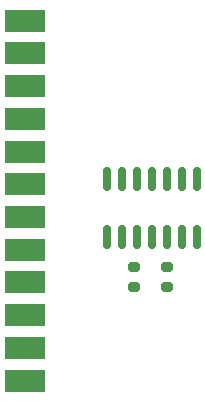
<source format=gbp>
G04 #@! TF.GenerationSoftware,KiCad,Pcbnew,(6.0.0)*
G04 #@! TF.CreationDate,2022-11-09T00:51:05-05:00*
G04 #@! TF.ProjectId,Arrington 4 voice equivalent SMD,41727269-6e67-4746-9f6e-203420766f69,rev?*
G04 #@! TF.SameCoordinates,Original*
G04 #@! TF.FileFunction,Paste,Bot*
G04 #@! TF.FilePolarity,Positive*
%FSLAX46Y46*%
G04 Gerber Fmt 4.6, Leading zero omitted, Abs format (unit mm)*
G04 Created by KiCad (PCBNEW (6.0.0)) date 2022-11-09 00:51:05*
%MOMM*%
%LPD*%
G01*
G04 APERTURE LIST*
G04 Aperture macros list*
%AMRoundRect*
0 Rectangle with rounded corners*
0 $1 Rounding radius*
0 $2 $3 $4 $5 $6 $7 $8 $9 X,Y pos of 4 corners*
0 Add a 4 corners polygon primitive as box body*
4,1,4,$2,$3,$4,$5,$6,$7,$8,$9,$2,$3,0*
0 Add four circle primitives for the rounded corners*
1,1,$1+$1,$2,$3*
1,1,$1+$1,$4,$5*
1,1,$1+$1,$6,$7*
1,1,$1+$1,$8,$9*
0 Add four rect primitives between the rounded corners*
20,1,$1+$1,$2,$3,$4,$5,0*
20,1,$1+$1,$4,$5,$6,$7,0*
20,1,$1+$1,$6,$7,$8,$9,0*
20,1,$1+$1,$8,$9,$2,$3,0*%
G04 Aperture macros list end*
%ADD10R,3.480000X1.846667*%
%ADD11RoundRect,0.200000X0.275000X-0.200000X0.275000X0.200000X-0.275000X0.200000X-0.275000X-0.200000X0*%
%ADD12RoundRect,0.150000X-0.150000X0.825000X-0.150000X-0.825000X0.150000X-0.825000X0.150000X0.825000X0*%
G04 APERTURE END LIST*
D10*
X111737500Y-58298000D03*
X111737500Y-61068000D03*
X111737500Y-63838000D03*
X111737500Y-66608000D03*
X111737500Y-69378000D03*
X111737500Y-72148000D03*
X111737500Y-74918000D03*
X111737500Y-77688000D03*
X111737500Y-80458000D03*
X111737500Y-83228000D03*
X111737500Y-85998000D03*
X111737500Y-88768000D03*
D11*
X123698000Y-80835000D03*
X123698000Y-79185000D03*
X120904000Y-80835000D03*
X120904000Y-79185000D03*
D12*
X118618000Y-71693000D03*
X119888000Y-71693000D03*
X121158000Y-71693000D03*
X122428000Y-71693000D03*
X123698000Y-71693000D03*
X124968000Y-71693000D03*
X126238000Y-71693000D03*
X126238000Y-76643000D03*
X124968000Y-76643000D03*
X123698000Y-76643000D03*
X122428000Y-76643000D03*
X121158000Y-76643000D03*
X119888000Y-76643000D03*
X118618000Y-76643000D03*
M02*

</source>
